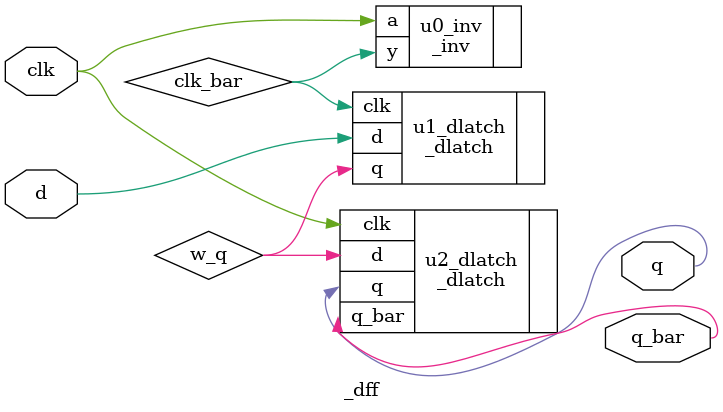
<source format=v>
module _dff(clk, d, q, q_bar);
	input clk;
	input d;
	output q, q_bar;
	wire clk_bar, w_q;
	
	// using 2 d-latch to make d-ff
	_inv u0_inv(.a(clk), .y(clk_bar));
	_dlatch u1_dlatch(.clk(clk_bar), .d(d), .q(w_q));
	_dlatch u2_dlatch(.clk(clk), .d(w_q), .q(q), .q_bar(q_bar));
endmodule

</source>
